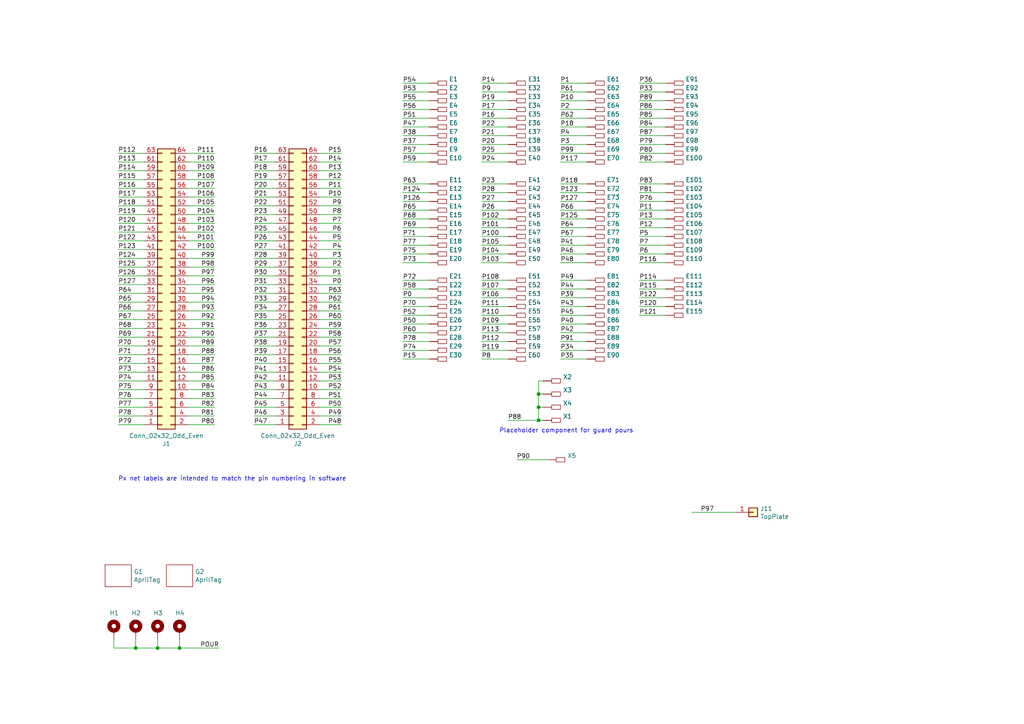
<source format=kicad_sch>
(kicad_sch (version 20211123) (generator eeschema)
  (paper "A4")
  (title_block (title "PurpleDrop Electrode Board v6.2 Schematic") (date "2022-02-23") (rev "6.2"))
  (junction (at 52.07 187.96))
  (junction (at 156.21 121.92))
  (junction (at 156.21 118.11))
  (junction (at 156.21 114.3))
  (junction (at 45.72 187.96))
  (junction (at 39.37 187.96))
  (wire (pts (xy 41.91 123.19) (xy 34.29 123.19)))
  (wire (pts (xy 147.32 55.88) (xy 139.7 55.88)))
  (wire (pts (xy 147.32 96.52) (xy 139.7 96.52)))
  (wire (pts (xy 147.32 58.42) (xy 139.7 58.42)))
  (wire (pts (xy 62.23 74.93) (xy 54.61 74.93)))
  (wire (pts (xy 124.46 60.96) (xy 116.84 60.96)))
  (wire (pts (xy 80.01 107.95) (xy 73.66 107.95)))
  (wire (pts (xy 147.32 66.04) (xy 139.7 66.04)))
  (wire (pts (xy 193.04 31.75) (xy 185.42 31.75)))
  (wire (pts (xy 62.23 97.79) (xy 54.61 97.79)))
  (wire (pts (xy 124.46 88.9) (xy 116.84 88.9)))
  (wire (pts (xy 62.23 115.57) (xy 54.61 115.57)))
  (wire (pts (xy 99.06 90.17) (xy 92.71 90.17)))
  (wire (pts (xy 99.06 105.41) (xy 92.71 105.41)))
  (wire (pts (xy 45.72 187.96) (xy 45.72 185.42)))
  (wire (pts (xy 193.04 60.96) (xy 185.42 60.96)))
  (wire (pts (xy 124.46 58.42) (xy 116.84 58.42)))
  (wire (pts (xy 62.23 59.69) (xy 54.61 59.69)))
  (wire (pts (xy 157.48 110.49) (xy 156.21 110.49)))
  (wire (pts (xy 185.42 91.44) (xy 193.04 91.44)))
  (wire (pts (xy 80.01 118.11) (xy 73.66 118.11)))
  (wire (pts (xy 52.07 187.96) (xy 63.5 187.96)))
  (wire (pts (xy 41.91 82.55) (xy 34.29 82.55)))
  (wire (pts (xy 39.37 187.96) (xy 45.72 187.96)))
  (wire (pts (xy 99.06 64.77) (xy 92.71 64.77)))
  (wire (pts (xy 170.18 44.45) (xy 162.56 44.45)))
  (wire (pts (xy 147.32 76.2) (xy 139.7 76.2)))
  (wire (pts (xy 80.01 64.77) (xy 73.66 64.77)))
  (wire (pts (xy 80.01 120.65) (xy 73.66 120.65)))
  (wire (pts (xy 147.32 104.14) (xy 139.7 104.14)))
  (wire (pts (xy 41.91 118.11) (xy 34.29 118.11)))
  (wire (pts (xy 62.23 82.55) (xy 54.61 82.55)))
  (wire (pts (xy 157.48 118.11) (xy 156.21 118.11)))
  (wire (pts (xy 193.04 44.45) (xy 185.42 44.45)))
  (wire (pts (xy 80.01 67.31) (xy 73.66 67.31)))
  (wire (pts (xy 41.91 62.23) (xy 34.29 62.23)))
  (wire (pts (xy 41.91 69.85) (xy 34.29 69.85)))
  (wire (pts (xy 99.06 118.11) (xy 92.71 118.11)))
  (wire (pts (xy 170.18 81.28) (xy 162.56 81.28)))
  (wire (pts (xy 80.01 69.85) (xy 73.66 69.85)))
  (wire (pts (xy 147.32 53.34) (xy 139.7 53.34)))
  (wire (pts (xy 41.91 120.65) (xy 34.29 120.65)))
  (wire (pts (xy 80.01 110.49) (xy 73.66 110.49)))
  (wire (pts (xy 124.46 76.2) (xy 116.84 76.2)))
  (wire (pts (xy 80.01 87.63) (xy 73.66 87.63)))
  (wire (pts (xy 193.04 55.88) (xy 185.42 55.88)))
  (wire (pts (xy 170.18 91.44) (xy 162.56 91.44)))
  (wire (pts (xy 170.18 58.42) (xy 162.56 58.42)))
  (wire (pts (xy 41.91 44.45) (xy 34.29 44.45)))
  (wire (pts (xy 80.01 123.19) (xy 73.66 123.19)))
  (wire (pts (xy 41.91 105.41) (xy 34.29 105.41)))
  (wire (pts (xy 80.01 46.99) (xy 73.66 46.99)))
  (wire (pts (xy 41.91 95.25) (xy 34.29 95.25)))
  (wire (pts (xy 99.06 110.49) (xy 92.71 110.49)))
  (wire (pts (xy 124.46 66.04) (xy 116.84 66.04)))
  (wire (pts (xy 124.46 41.91) (xy 116.84 41.91)))
  (wire (pts (xy 99.06 77.47) (xy 92.71 77.47)))
  (wire (pts (xy 124.46 46.99) (xy 116.84 46.99)))
  (wire (pts (xy 80.01 97.79) (xy 73.66 97.79)))
  (wire (pts (xy 147.32 91.44) (xy 139.7 91.44)))
  (wire (pts (xy 147.32 101.6) (xy 139.7 101.6)))
  (wire (pts (xy 99.06 44.45) (xy 92.71 44.45)))
  (wire (pts (xy 41.91 72.39) (xy 34.29 72.39)))
  (wire (pts (xy 157.48 121.92) (xy 156.21 121.92)))
  (wire (pts (xy 170.18 29.21) (xy 162.56 29.21)))
  (wire (pts (xy 39.37 187.96) (xy 39.37 185.42)))
  (wire (pts (xy 147.32 68.58) (xy 139.7 68.58)))
  (wire (pts (xy 99.06 123.19) (xy 92.71 123.19)))
  (wire (pts (xy 41.91 64.77) (xy 34.29 64.77)))
  (wire (pts (xy 99.06 87.63) (xy 92.71 87.63)))
  (wire (pts (xy 147.32 29.21) (xy 139.7 29.21)))
  (wire (pts (xy 147.32 24.13) (xy 139.7 24.13)))
  (wire (pts (xy 62.23 95.25) (xy 54.61 95.25)))
  (wire (pts (xy 62.23 118.11) (xy 54.61 118.11)))
  (wire (pts (xy 147.32 44.45) (xy 139.7 44.45)))
  (wire (pts (xy 147.32 31.75) (xy 139.7 31.75)))
  (wire (pts (xy 193.04 29.21) (xy 185.42 29.21)))
  (wire (pts (xy 170.18 83.82) (xy 162.56 83.82)))
  (wire (pts (xy 62.23 77.47) (xy 54.61 77.47)))
  (wire (pts (xy 170.18 93.98) (xy 162.56 93.98)))
  (wire (pts (xy 62.23 100.33) (xy 54.61 100.33)))
  (wire (pts (xy 80.01 44.45) (xy 73.66 44.45)))
  (wire (pts (xy 170.18 96.52) (xy 162.56 96.52)))
  (wire (pts (xy 62.23 110.49) (xy 54.61 110.49)))
  (wire (pts (xy 80.01 82.55) (xy 73.66 82.55)))
  (wire (pts (xy 99.06 74.93) (xy 92.71 74.93)))
  (wire (pts (xy 80.01 54.61) (xy 73.66 54.61)))
  (wire (pts (xy 80.01 85.09) (xy 73.66 85.09)))
  (wire (pts (xy 157.48 114.3) (xy 156.21 114.3)))
  (wire (pts (xy 156.21 121.92) (xy 147.32 121.92)))
  (wire (pts (xy 62.23 90.17) (xy 54.61 90.17)))
  (wire (pts (xy 147.32 41.91) (xy 139.7 41.91)))
  (wire (pts (xy 147.32 83.82) (xy 139.7 83.82)))
  (wire (pts (xy 99.06 97.79) (xy 92.71 97.79)))
  (wire (pts (xy 185.42 86.36) (xy 193.04 86.36)))
  (wire (pts (xy 41.91 92.71) (xy 34.29 92.71)))
  (wire (pts (xy 99.06 120.65) (xy 92.71 120.65)))
  (wire (pts (xy 99.06 54.61) (xy 92.71 54.61)))
  (wire (pts (xy 62.23 49.53) (xy 54.61 49.53)))
  (wire (pts (xy 41.91 102.87) (xy 34.29 102.87)))
  (wire (pts (xy 41.91 52.07) (xy 34.29 52.07)))
  (wire (pts (xy 80.01 100.33) (xy 73.66 100.33)))
  (wire (pts (xy 99.06 95.25) (xy 92.71 95.25)))
  (wire (pts (xy 99.06 69.85) (xy 92.71 69.85)))
  (wire (pts (xy 170.18 76.2) (xy 162.56 76.2)))
  (wire (pts (xy 193.04 26.67) (xy 185.42 26.67)))
  (wire (pts (xy 80.01 49.53) (xy 73.66 49.53)))
  (wire (pts (xy 41.91 49.53) (xy 34.29 49.53)))
  (wire (pts (xy 80.01 90.17) (xy 73.66 90.17)))
  (wire (pts (xy 124.46 99.06) (xy 116.84 99.06)))
  (wire (pts (xy 80.01 59.69) (xy 73.66 59.69)))
  (wire (pts (xy 124.46 101.6) (xy 116.84 101.6)))
  (wire (pts (xy 124.46 83.82) (xy 116.84 83.82)))
  (wire (pts (xy 62.23 107.95) (xy 54.61 107.95)))
  (wire (pts (xy 147.32 93.98) (xy 139.7 93.98)))
  (wire (pts (xy 124.46 91.44) (xy 116.84 91.44)))
  (wire (pts (xy 170.18 53.34) (xy 162.56 53.34)))
  (wire (pts (xy 62.23 64.77) (xy 54.61 64.77)))
  (wire (pts (xy 62.23 102.87) (xy 54.61 102.87)))
  (wire (pts (xy 62.23 44.45) (xy 54.61 44.45)))
  (wire (pts (xy 41.91 110.49) (xy 34.29 110.49)))
  (wire (pts (xy 147.32 73.66) (xy 139.7 73.66)))
  (wire (pts (xy 193.04 36.83) (xy 185.42 36.83)))
  (wire (pts (xy 41.91 59.69) (xy 34.29 59.69)))
  (wire (pts (xy 41.91 107.95) (xy 34.29 107.95)))
  (wire (pts (xy 80.01 77.47) (xy 73.66 77.47)))
  (wire (pts (xy 62.23 69.85) (xy 54.61 69.85)))
  (wire (pts (xy 41.91 54.61) (xy 34.29 54.61)))
  (wire (pts (xy 62.23 113.03) (xy 54.61 113.03)))
  (wire (pts (xy 99.06 57.15) (xy 92.71 57.15)))
  (wire (pts (xy 99.06 62.23) (xy 92.71 62.23)))
  (wire (pts (xy 41.91 85.09) (xy 34.29 85.09)))
  (wire (pts (xy 99.06 49.53) (xy 92.71 49.53)))
  (wire (pts (xy 45.72 187.96) (xy 52.07 187.96)))
  (wire (pts (xy 158.75 133.35) (xy 149.86 133.35)))
  (wire (pts (xy 193.04 58.42) (xy 185.42 58.42)))
  (wire (pts (xy 99.06 85.09) (xy 92.71 85.09)))
  (wire (pts (xy 41.91 100.33) (xy 34.29 100.33)))
  (wire (pts (xy 80.01 80.01) (xy 73.66 80.01)))
  (wire (pts (xy 62.23 85.09) (xy 54.61 85.09)))
  (wire (pts (xy 124.46 53.34) (xy 116.84 53.34)))
  (wire (pts (xy 99.06 107.95) (xy 92.71 107.95)))
  (wire (pts (xy 124.46 34.29) (xy 116.84 34.29)))
  (wire (pts (xy 124.46 29.21) (xy 116.84 29.21)))
  (wire (pts (xy 62.23 67.31) (xy 54.61 67.31)))
  (wire (pts (xy 80.01 102.87) (xy 73.66 102.87)))
  (wire (pts (xy 185.42 88.9) (xy 193.04 88.9)))
  (wire (pts (xy 170.18 86.36) (xy 162.56 86.36)))
  (wire (pts (xy 147.32 71.12) (xy 139.7 71.12)))
  (wire (pts (xy 185.42 83.82) (xy 193.04 83.82)))
  (wire (pts (xy 41.91 57.15) (xy 34.29 57.15)))
  (wire (pts (xy 170.18 88.9) (xy 162.56 88.9)))
  (wire (pts (xy 170.18 26.67) (xy 162.56 26.67)))
  (wire (pts (xy 147.32 34.29) (xy 139.7 34.29)))
  (wire (pts (xy 156.21 114.3) (xy 156.21 118.11)))
  (wire (pts (xy 41.91 80.01) (xy 34.29 80.01)))
  (wire (pts (xy 193.04 73.66) (xy 185.42 73.66)))
  (wire (pts (xy 62.23 57.15) (xy 54.61 57.15)))
  (wire (pts (xy 41.91 77.47) (xy 34.29 77.47)))
  (wire (pts (xy 170.18 34.29) (xy 162.56 34.29)))
  (wire (pts (xy 99.06 52.07) (xy 92.71 52.07)))
  (wire (pts (xy 99.06 92.71) (xy 92.71 92.71)))
  (wire (pts (xy 170.18 41.91) (xy 162.56 41.91)))
  (wire (pts (xy 185.42 68.58) (xy 193.04 68.58)))
  (wire (pts (xy 124.46 93.98) (xy 116.84 93.98)))
  (wire (pts (xy 99.06 82.55) (xy 92.71 82.55)))
  (wire (pts (xy 170.18 60.96) (xy 162.56 60.96)))
  (wire (pts (xy 170.18 101.6) (xy 162.56 101.6)))
  (wire (pts (xy 80.01 74.93) (xy 73.66 74.93)))
  (wire (pts (xy 193.04 34.29) (xy 185.42 34.29)))
  (wire (pts (xy 99.06 102.87) (xy 92.71 102.87)))
  (wire (pts (xy 170.18 31.75) (xy 162.56 31.75)))
  (wire (pts (xy 62.23 80.01) (xy 54.61 80.01)))
  (wire (pts (xy 124.46 36.83) (xy 116.84 36.83)))
  (wire (pts (xy 99.06 59.69) (xy 92.71 59.69)))
  (wire (pts (xy 147.32 36.83) (xy 139.7 36.83)))
  (wire (pts (xy 170.18 99.06) (xy 162.56 99.06)))
  (wire (pts (xy 80.01 113.03) (xy 73.66 113.03)))
  (wire (pts (xy 124.46 73.66) (xy 116.84 73.66)))
  (wire (pts (xy 62.23 62.23) (xy 54.61 62.23)))
  (wire (pts (xy 170.18 66.04) (xy 162.56 66.04)))
  (wire (pts (xy 170.18 39.37) (xy 162.56 39.37)))
  (wire (pts (xy 147.32 26.67) (xy 139.7 26.67)))
  (wire (pts (xy 62.23 54.61) (xy 54.61 54.61)))
  (wire (pts (xy 80.01 92.71) (xy 73.66 92.71)))
  (wire (pts (xy 147.32 46.99) (xy 139.7 46.99)))
  (wire (pts (xy 41.91 97.79) (xy 34.29 97.79)))
  (wire (pts (xy 170.18 71.12) (xy 162.56 71.12)))
  (wire (pts (xy 62.23 46.99) (xy 54.61 46.99)))
  (wire (pts (xy 200.66 148.59) (xy 213.36 148.59)))
  (wire (pts (xy 33.02 187.96) (xy 39.37 187.96)))
  (wire (pts (xy 124.46 44.45) (xy 116.84 44.45)))
  (wire (pts (xy 147.32 60.96) (xy 139.7 60.96)))
  (wire (pts (xy 80.01 57.15) (xy 73.66 57.15)))
  (wire (pts (xy 41.91 74.93) (xy 34.29 74.93)))
  (wire (pts (xy 41.91 90.17) (xy 34.29 90.17)))
  (wire (pts (xy 33.02 185.42) (xy 33.02 187.96)))
  (wire (pts (xy 41.91 67.31) (xy 34.29 67.31)))
  (wire (pts (xy 185.42 76.2) (xy 193.04 76.2)))
  (wire (pts (xy 99.06 80.01) (xy 92.71 80.01)))
  (wire (pts (xy 147.32 88.9) (xy 139.7 88.9)))
  (wire (pts (xy 124.46 68.58) (xy 116.84 68.58)))
  (wire (pts (xy 62.23 87.63) (xy 54.61 87.63)))
  (wire (pts (xy 99.06 72.39) (xy 92.71 72.39)))
  (wire (pts (xy 185.42 39.37) (xy 193.04 39.37)))
  (wire (pts (xy 124.46 71.12) (xy 116.84 71.12)))
  (wire (pts (xy 80.01 72.39) (xy 73.66 72.39)))
  (wire (pts (xy 99.06 67.31) (xy 92.71 67.31)))
  (wire (pts (xy 147.32 63.5) (xy 139.7 63.5)))
  (wire (pts (xy 170.18 36.83) (xy 162.56 36.83)))
  (wire (pts (xy 156.21 110.49) (xy 156.21 114.3)))
  (wire (pts (xy 99.06 100.33) (xy 92.71 100.33)))
  (wire (pts (xy 193.04 63.5) (xy 185.42 63.5)))
  (wire (pts (xy 62.23 72.39) (xy 54.61 72.39)))
  (wire (pts (xy 80.01 52.07) (xy 73.66 52.07)))
  (wire (pts (xy 62.23 120.65) (xy 54.61 120.65)))
  (wire (pts (xy 170.18 46.99) (xy 162.56 46.99)))
  (wire (pts (xy 80.01 95.25) (xy 73.66 95.25)))
  (wire (pts (xy 99.06 113.03) (xy 92.71 113.03)))
  (wire (pts (xy 124.46 26.67) (xy 116.84 26.67)))
  (wire (pts (xy 193.04 24.13) (xy 185.42 24.13)))
  (wire (pts (xy 41.91 87.63) (xy 34.29 87.63)))
  (wire (pts (xy 124.46 104.14) (xy 116.84 104.14)))
  (wire (pts (xy 193.04 53.34) (xy 185.42 53.34)))
  (wire (pts (xy 170.18 73.66) (xy 162.56 73.66)))
  (wire (pts (xy 124.46 63.5) (xy 116.84 63.5)))
  (wire (pts (xy 193.04 46.99) (xy 185.42 46.99)))
  (wire (pts (xy 41.91 115.57) (xy 34.29 115.57)))
  (wire (pts (xy 193.04 71.12) (xy 185.42 71.12)))
  (wire (pts (xy 62.23 105.41) (xy 54.61 105.41)))
  (wire (pts (xy 193.04 66.04) (xy 185.42 66.04)))
  (wire (pts (xy 124.46 31.75) (xy 116.84 31.75)))
  (wire (pts (xy 124.46 55.88) (xy 116.84 55.88)))
  (wire (pts (xy 80.01 62.23) (xy 73.66 62.23)))
  (wire (pts (xy 80.01 105.41) (xy 73.66 105.41)))
  (wire (pts (xy 41.91 113.03) (xy 34.29 113.03)))
  (wire (pts (xy 147.32 81.28) (xy 139.7 81.28)))
  (wire (pts (xy 147.32 39.37) (xy 139.7 39.37)))
  (wire (pts (xy 52.07 187.96) (xy 52.07 185.42)))
  (wire (pts (xy 170.18 63.5) (xy 162.56 63.5)))
  (wire (pts (xy 41.91 46.99) (xy 34.29 46.99)))
  (wire (pts (xy 156.21 118.11) (xy 156.21 121.92)))
  (wire (pts (xy 124.46 96.52) (xy 116.84 96.52)))
  (wire (pts (xy 62.23 92.71) (xy 54.61 92.71)))
  (wire (pts (xy 99.06 115.57) (xy 92.71 115.57)))
  (wire (pts (xy 170.18 24.13) (xy 162.56 24.13)))
  (wire (pts (xy 170.18 104.14) (xy 162.56 104.14)))
  (wire (pts (xy 62.23 123.19) (xy 54.61 123.19)))
  (wire (pts (xy 62.23 52.07) (xy 54.61 52.07)))
  (wire (pts (xy 80.01 115.57) (xy 73.66 115.57)))
  (wire (pts (xy 99.06 46.99) (xy 92.71 46.99)))
  (wire (pts (xy 124.46 86.36) (xy 116.84 86.36)))
  (wire (pts (xy 193.04 41.91) (xy 185.42 41.91)))
  (wire (pts (xy 124.46 81.28) (xy 116.84 81.28)))
  (wire (pts (xy 124.46 39.37) (xy 116.84 39.37)))
  (wire (pts (xy 147.32 86.36) (xy 139.7 86.36)))
  (wire (pts (xy 170.18 68.58) (xy 162.56 68.58)))
  (wire (pts (xy 193.04 81.28) (xy 185.42 81.28)))
  (wire (pts (xy 147.32 99.06) (xy 139.7 99.06)))
  (wire (pts (xy 170.18 55.88) (xy 162.56 55.88)))
  (wire (pts (xy 124.46 24.13) (xy 116.84 24.13)))
  (text "Placeholder component for guard pours\n" (at 144.78 125.73 0) (effects (font (size 1.27 1.27)) (justify left bottom)))
  (text "Px net labels are intended to match the pin numbering in software" (at 34.29 139.7 0) (effects (font (size 1.27 1.27)) (justify left bottom)))
  (label "P25" (at 139.7 44.45 0))
  (label "P117" (at 34.29 57.15 0))
  (label "P22" (at 73.66 59.69 0))
  (label "P97" (at 203.2 148.59 0))
  (label "P79" (at 34.29 123.19 0))
  (label "P109" (at 139.7 93.98 0))
  (label "P24" (at 73.66 64.77 0))
  (label "P85" (at 185.42 34.29 0))
  (label "P52" (at 116.84 91.44 0))
  (label "P39" (at 73.66 102.87 0))
  (label "P41" (at 73.66 107.95 0))
  (label "P77" (at 34.29 118.11 0))
  (label "P103" (at 62.23 64.77 180))
  (label "P8" (at 139.7 104.14 0))
  (label "P39" (at 162.56 86.36 0))
  (label "P127" (at 162.56 58.42 0))
  (label "P74" (at 34.29 110.49 0))
  (label "P62" (at 99.06 87.63 180))
  (label "P27" (at 73.66 72.39 0))
  (label "P57" (at 116.84 44.45 0))
  (label "P61" (at 162.56 26.67 0))
  (label "P84" (at 185.42 36.83 0))
  (label "P87" (at 185.42 39.37 0))
  (label "P105" (at 62.23 59.69 180))
  (label "P118" (at 162.56 53.34 0))
  (label "P11" (at 185.42 60.96 0))
  (label "P114" (at 34.29 49.53 0))
  (label "P90" (at 62.23 97.79 180))
  (label "P78" (at 34.29 120.65 0))
  (label "P53" (at 99.06 110.49 180))
  (label "P0" (at 99.06 82.55 180))
  (label "P15" (at 116.84 104.14 0))
  (label "P103" (at 139.7 76.2 0))
  (label "P10" (at 99.06 57.15 180))
  (label "P4" (at 99.06 72.39 180))
  (label "P64" (at 162.56 66.04 0))
  (label "P112" (at 34.29 44.45 0))
  (label "P91" (at 62.23 95.25 180))
  (label "P17" (at 73.66 46.99 0))
  (label "P63" (at 116.84 53.34 0))
  (label "P108" (at 139.7 81.28 0))
  (label "P125" (at 162.56 63.5 0))
  (label "P49" (at 99.06 120.65 180))
  (label "P119" (at 139.7 101.6 0))
  (label "P38" (at 73.66 100.33 0))
  (label "P44" (at 162.56 83.82 0))
  (label "P45" (at 73.66 118.11 0))
  (label "P5" (at 99.06 69.85 180))
  (label "P28" (at 73.66 74.93 0))
  (label "P115" (at 185.42 83.82 0))
  (label "P120" (at 34.29 64.77 0))
  (label "P17" (at 139.7 31.75 0))
  (label "P30" (at 73.66 80.01 0))
  (label "P37" (at 116.84 41.91 0))
  (label "P76" (at 34.29 115.57 0))
  (label "P42" (at 73.66 110.49 0))
  (label "P62" (at 162.56 34.29 0))
  (label "P113" (at 34.29 46.99 0))
  (label "P24" (at 139.7 46.99 0))
  (label "P107" (at 139.7 83.82 0))
  (label "P111" (at 62.23 44.45 180))
  (label "P43" (at 162.56 88.9 0))
  (label "P46" (at 73.66 120.65 0))
  (label "P101" (at 62.23 69.85 180))
  (label "P102" (at 139.7 63.5 0))
  (label "P86" (at 62.23 107.95 180))
  (label "P7" (at 99.06 64.77 180))
  (label "P21" (at 139.7 39.37 0))
  (label "P20" (at 139.7 41.91 0))
  (label "P107" (at 62.23 54.61 180))
  (label "P26" (at 73.66 69.85 0))
  (label "P121" (at 185.42 91.44 0))
  (label "P60" (at 116.84 96.52 0))
  (label "P22" (at 139.7 36.83 0))
  (label "P99" (at 62.23 74.93 180))
  (label "POUR" (at 63.5 187.96 180))
  (label "P80" (at 185.42 44.45 0))
  (label "P122" (at 185.42 86.36 0))
  (label "P77" (at 116.84 71.12 0))
  (label "P3" (at 99.06 74.93 180))
  (label "P28" (at 139.7 55.88 0))
  (label "P126" (at 116.84 58.42 0))
  (label "P20" (at 73.66 54.61 0))
  (label "P117" (at 162.56 46.99 0))
  (label "P2" (at 99.06 77.47 180))
  (label "P33" (at 185.42 26.67 0))
  (label "P44" (at 73.66 115.57 0))
  (label "P14" (at 99.06 46.99 180))
  (label "P121" (at 34.29 67.31 0))
  (label "P66" (at 162.56 60.96 0))
  (label "P81" (at 62.23 120.65 180))
  (label "P56" (at 116.84 31.75 0))
  (label "P123" (at 34.29 72.39 0))
  (label "P109" (at 62.23 49.53 180))
  (label "P45" (at 162.56 91.44 0))
  (label "P8" (at 99.06 62.23 180))
  (label "P69" (at 34.29 97.79 0))
  (label "P42" (at 162.56 96.52 0))
  (label "P115" (at 34.29 52.07 0))
  (label "P65" (at 34.29 87.63 0))
  (label "P67" (at 162.56 68.58 0))
  (label "P9" (at 99.06 59.69 180))
  (label "P47" (at 73.66 123.19 0))
  (label "P15" (at 99.06 44.45 180))
  (label "P50" (at 116.84 93.98 0))
  (label "P65" (at 116.84 60.96 0))
  (label "P75" (at 116.84 73.66 0))
  (label "P110" (at 62.23 46.99 180))
  (label "P49" (at 162.56 81.28 0))
  (label "P1" (at 162.56 24.13 0))
  (label "P54" (at 99.06 107.95 180))
  (label "P21" (at 73.66 57.15 0))
  (label "P23" (at 139.7 53.34 0))
  (label "P104" (at 62.23 62.23 180))
  (label "P100" (at 62.23 72.39 180))
  (label "P52" (at 99.06 113.03 180))
  (label "P61" (at 99.06 90.17 180))
  (label "P12" (at 99.06 52.07 180))
  (label "P59" (at 99.06 95.25 180))
  (label "P72" (at 34.29 105.41 0))
  (label "P13" (at 185.42 63.5 0))
  (label "P110" (at 139.7 91.44 0))
  (label "P3" (at 162.56 41.91 0))
  (label "P19" (at 73.66 52.07 0))
  (label "P68" (at 116.84 63.5 0))
  (label "P51" (at 116.84 34.29 0))
  (label "P29" (at 73.66 77.47 0))
  (label "P87" (at 62.23 105.41 180))
  (label "P108" (at 62.23 52.07 180))
  (label "P80" (at 62.23 123.19 180))
  (label "P113" (at 139.7 96.52 0))
  (label "P48" (at 99.06 123.19 180))
  (label "P119" (at 34.29 62.23 0))
  (label "P102" (at 62.23 67.31 180))
  (label "P104" (at 139.7 73.66 0))
  (label "P83" (at 185.42 53.34 0))
  (label "P66" (at 34.29 90.17 0))
  (label "P50" (at 99.06 118.11 180))
  (label "P100" (at 139.7 68.58 0))
  (label "P69" (at 116.84 66.04 0))
  (label "P70" (at 116.84 88.9 0))
  (label "P23" (at 73.66 62.23 0))
  (label "P53" (at 116.84 26.67 0))
  (label "P19" (at 139.7 29.21 0))
  (label "P123" (at 162.56 55.88 0))
  (label "P12" (at 185.42 66.04 0))
  (label "P126" (at 34.29 80.01 0))
  (label "P114" (at 185.42 81.28 0))
  (label "P124" (at 34.29 74.93 0))
  (label "P90" (at 149.86 133.35 0))
  (label "P67" (at 34.29 92.71 0))
  (label "P83" (at 62.23 115.57 180))
  (label "P88" (at 147.32 121.92 0))
  (label "P75" (at 34.29 113.03 0))
  (label "P11" (at 99.06 54.61 180))
  (label "P26" (at 139.7 60.96 0))
  (label "P106" (at 62.23 57.15 180))
  (label "P18" (at 73.66 49.53 0))
  (label "P56" (at 99.06 102.87 180))
  (label "P55" (at 116.84 29.21 0))
  (label "P4" (at 162.56 39.37 0))
  (label "P55" (at 99.06 105.41 180))
  (label "P71" (at 116.84 68.58 0))
  (label "P94" (at 62.23 87.63 180))
  (label "P112" (at 139.7 99.06 0))
  (label "P78" (at 116.84 99.06 0))
  (label "P40" (at 73.66 105.41 0))
  (label "P34" (at 162.56 101.6 0))
  (label "P72" (at 116.84 81.28 0))
  (label "P91" (at 162.56 99.06 0))
  (label "P0" (at 116.84 86.36 0))
  (label "P9" (at 139.7 26.67 0))
  (label "P122" (at 34.29 69.85 0))
  (label "P68" (at 34.29 95.25 0))
  (label "P97" (at 62.23 80.01 180))
  (label "P101" (at 139.7 66.04 0))
  (label "P106" (at 139.7 86.36 0))
  (label "P118" (at 34.29 59.69 0))
  (label "P31" (at 73.66 82.55 0))
  (label "P32" (at 73.66 85.09 0))
  (label "P27" (at 139.7 58.42 0))
  (label "P125" (at 34.29 77.47 0))
  (label "P6" (at 99.06 67.31 180))
  (label "P116" (at 34.29 54.61 0))
  (label "P16" (at 73.66 44.45 0))
  (label "P74" (at 116.84 101.6 0))
  (label "P88" (at 62.23 102.87 180))
  (label "P36" (at 185.42 24.13 0))
  (label "P70" (at 34.29 100.33 0))
  (label "P99" (at 162.56 44.45 0))
  (label "P82" (at 185.42 46.99 0))
  (label "P38" (at 116.84 39.37 0))
  (label "P93" (at 62.23 90.17 180))
  (label "P105" (at 139.7 71.12 0))
  (label "P92" (at 62.23 92.71 180))
  (label "P84" (at 62.23 113.03 180))
  (label "P34" (at 73.66 90.17 0))
  (label "P5" (at 185.42 68.58 0))
  (label "P86" (at 185.42 31.75 0))
  (label "P25" (at 73.66 67.31 0))
  (label "P1" (at 99.06 80.01 180))
  (label "P111" (at 139.7 88.9 0))
  (label "P36" (at 73.66 95.25 0))
  (label "P14" (at 139.7 24.13 0))
  (label "P37" (at 73.66 97.79 0))
  (label "P18" (at 162.56 36.83 0))
  (label "P6" (at 185.42 73.66 0))
  (label "P46" (at 162.56 73.66 0))
  (label "P58" (at 116.84 83.82 0))
  (label "P82" (at 62.23 118.11 180))
  (label "P64" (at 34.29 85.09 0))
  (label "P81" (at 185.42 55.88 0))
  (label "P89" (at 62.23 100.33 180))
  (label "P35" (at 73.66 92.71 0))
  (label "P51" (at 99.06 115.57 180))
  (label "P95" (at 62.23 85.09 180))
  (label "P35" (at 162.56 104.14 0))
  (label "P7" (at 185.42 71.12 0))
  (label "P57" (at 99.06 100.33 180))
  (label "P120" (at 185.42 88.9 0))
  (label "P89" (at 185.42 29.21 0))
  (label "P16" (at 139.7 34.29 0))
  (label "P71" (at 34.29 102.87 0))
  (label "P98" (at 62.23 77.47 180))
  (label "P41" (at 162.56 71.12 0))
  (label "P76" (at 185.42 58.42 0))
  (label "P58" (at 99.06 97.79 180))
  (label "P85" (at 62.23 110.49 180))
  (label "P116" (at 185.42 76.2 0))
  (label "P63" (at 99.06 85.09 180))
  (label "P48" (at 162.56 76.2 0))
  (label "P60" (at 99.06 92.71 180))
  (label "P2" (at 162.56 31.75 0))
  (label "P96" (at 62.23 82.55 180))
  (label "P33" (at 73.66 87.63 0))
  (label "P13" (at 99.06 49.53 180))
  (label "P127" (at 34.29 82.55 0))
  (label "P40" (at 162.56 93.98 0))
  (label "P79" (at 185.42 41.91 0))
  (label "P54" (at 116.84 24.13 0))
  (label "P10" (at 162.56 29.21 0))
  (label "P47" (at 116.84 36.83 0))
  (label "P73" (at 116.84 76.2 0))
  (label "P59" (at 116.84 46.99 0))
  (label "P124" (at 116.84 55.88 0))
  (label "P43" (at 73.66 113.03 0))
  (label "P73" (at 34.29 107.95 0))
  (symbol (lib_id "Electrodes:DMFElectrode") (at 127 29.21 0) (unit 1)
    (property "Reference" "E1" (at 130.2512 22.9616 0) (effects (justify left)))
    (property "Value" "DMFElectrode" (effects hide))
    (property "Footprint" "electrodes:electrode_E1" (effects hide))
  )
  (symbol (lib_id "Electrodes:DMFElectrode") (at 127 36.83 0) (unit 1)
    (property "Reference" "E4" (at 130.2512 30.5816 0) (effects (justify left)))
    (property "Value" "DMFElectrode" (effects hide))
    (property "Footprint" "electrodes:electrode_E1" (effects hide))
  )
  (symbol (lib_id "Electrodes:DMFElectrode") (at 127 34.29 0) (unit 1)
    (property "Reference" "E3" (at 130.2512 28.0416 0) (effects (justify left)))
    (property "Value" "DMFElectrode" (effects hide))
    (property "Footprint" "electrodes:electrode_E1" (effects hide))
  )
  (symbol (lib_id "Electrodes:DMFElectrode") (at 127 31.75 0) (unit 1)
    (property "Reference" "E2" (at 130.2512 25.5016 0) (effects (justify left)))
    (property "Value" "DMFElectrode" (effects hide))
    (property "Footprint" "electrodes:electrode_E1" (effects hide))
  )
  (symbol (lib_id "Electrodes:DMFElectrode") (at 127 41.91 0) (unit 1)
    (property "Reference" "E6" (at 130.2512 35.6616 0) (effects (justify left)))
    (property "Value" "DMFElectrode" (effects hide))
    (property "Footprint" "electrodes:electrode_E1" (effects hide))
  )
  (symbol (lib_id "Electrodes:DMFElectrode") (at 127 44.45 0) (unit 1)
    (property "Reference" "E7" (at 130.2512 38.2016 0) (effects (justify left)))
    (property "Value" "DMFElectrode" (effects hide))
    (property "Footprint" "electrodes:electrode_E1" (effects hide))
  )
  (symbol (lib_id "Electrodes:DMFElectrode") (at 127 46.99 0) (unit 1)
    (property "Reference" "E8" (at 130.2512 40.7416 0) (effects (justify left)))
    (property "Value" "DMFElectrode" (effects hide))
    (property "Footprint" "electrodes:electrode_E1" (effects hide))
  )
  (symbol (lib_id "Electrodes:DMFElectrode") (at 127 49.53 0) (unit 1)
    (property "Reference" "E9" (at 130.2512 43.2816 0) (effects (justify left)))
    (property "Value" "DMFElectrode" (effects hide))
    (property "Footprint" "electrodes:electrode_E1" (effects hide))
  )
  (symbol (lib_id "Electrodes:DMFElectrode") (at 127 52.07 0) (unit 1)
    (property "Reference" "E10" (at 130.2512 45.8216 0) (effects (justify left)))
    (property "Value" "DMFElectrode" (effects hide))
    (property "Footprint" "electrodes:electrode_E1" (effects hide))
  )
  (symbol (lib_id "Electrodes:DMFElectrode") (at 127 58.42 0) (unit 1)
    (property "Reference" "E11" (at 130.2512 52.1716 0) (effects (justify left)))
    (property "Value" "DMFElectrode" (effects hide))
    (property "Footprint" "electrodes:electrode_E1" (effects hide))
  )
  (symbol (lib_id "Electrodes:DMFElectrode") (at 127 60.96 0) (unit 1)
    (property "Reference" "E12" (at 130.2512 54.7116 0) (effects (justify left)))
    (property "Value" "DMFElectrode" (effects hide))
    (property "Footprint" "electrodes:electrode_E1" (effects hide))
  )
  (symbol (lib_id "Electrodes:DMFElectrode") (at 127 63.5 0) (unit 1)
    (property "Reference" "E13" (at 130.2512 57.2516 0) (effects (justify left)))
    (property "Value" "DMFElectrode" (effects hide))
    (property "Footprint" "electrodes:electrode_E1" (effects hide))
  )
  (symbol (lib_id "Electrodes:DMFElectrode") (at 127 66.04 0) (unit 1)
    (property "Reference" "E14" (at 130.2512 59.7916 0) (effects (justify left)))
    (property "Value" "DMFElectrode" (effects hide))
    (property "Footprint" "electrodes:electrode_E1" (effects hide))
  )
  (symbol (lib_id "Electrodes:DMFElectrode") (at 127 68.58 0) (unit 1)
    (property "Reference" "E15" (at 130.2512 62.3316 0) (effects (justify left)))
    (property "Value" "DMFElectrode" (effects hide))
    (property "Footprint" "electrodes:electrode_E1" (effects hide))
  )
  (symbol (lib_id "Electrodes:DMFElectrode") (at 127 71.12 0) (unit 1)
    (property "Reference" "E16" (at 130.2512 64.8716 0) (effects (justify left)))
    (property "Value" "DMFElectrode" (effects hide))
    (property "Footprint" "electrodes:electrode_E1" (effects hide))
  )
  (symbol (lib_id "Electrodes:DMFElectrode") (at 127 73.66 0) (unit 1)
    (property "Reference" "E17" (at 130.2512 67.4116 0) (effects (justify left)))
    (property "Value" "DMFElectrode" (effects hide))
    (property "Footprint" "electrodes:electrode_E1" (effects hide))
  )
  (symbol (lib_id "Electrodes:DMFElectrode") (at 127 76.2 0) (unit 1)
    (property "Reference" "E18" (at 130.2512 69.9516 0) (effects (justify left)))
    (property "Value" "DMFElectrode" (effects hide))
    (property "Footprint" "electrodes:electrode_E1" (effects hide))
  )
  (symbol (lib_id "Electrodes:DMFElectrode") (at 127 78.74 0) (unit 1)
    (property "Reference" "E19" (at 130.2512 72.4916 0) (effects (justify left)))
    (property "Value" "DMFElectrode" (effects hide))
    (property "Footprint" "electrodes:electrode_E1" (effects hide))
  )
  (symbol (lib_id "Electrodes:DMFElectrode") (at 127 81.28 0) (unit 1)
    (property "Reference" "E20" (at 130.2512 75.0316 0) (effects (justify left)))
    (property "Value" "DMFElectrode" (effects hide))
    (property "Footprint" "electrodes:electrode_E1" (effects hide))
  )
  (symbol (lib_id "Electrodes:DMFElectrode") (at 127 86.36 0) (unit 1)
    (property "Reference" "E21" (at 130.2512 80.1116 0) (effects (justify left)))
    (property "Value" "DMFElectrode" (effects hide))
    (property "Footprint" "electrodes:electrode_E1" (effects hide))
  )
  (symbol (lib_id "Electrodes:DMFElectrode") (at 127 88.9 0) (unit 1)
    (property "Reference" "E22" (at 130.2512 82.6516 0) (effects (justify left)))
    (property "Value" "DMFElectrode" (effects hide))
    (property "Footprint" "electrodes:electrode_E1" (effects hide))
  )
  (symbol (lib_id "Electrodes:DMFElectrode") (at 127 91.44 0) (unit 1)
    (property "Reference" "E23" (at 130.2512 85.1916 0) (effects (justify left)))
    (property "Value" "DMFElectrode" (effects hide))
    (property "Footprint" "electrodes:electrode_E1" (effects hide))
  )
  (symbol (lib_id "Electrodes:DMFElectrode") (at 127 93.98 0) (unit 1)
    (property "Reference" "E24" (at 130.2512 87.7316 0) (effects (justify left)))
    (property "Value" "DMFElectrode" (effects hide))
    (property "Footprint" "electrodes:electrode_E1" (effects hide))
  )
  (symbol (lib_id "Electrodes:DMFElectrode") (at 127 96.52 0) (unit 1)
    (property "Reference" "E25" (at 130.2512 90.2716 0) (effects (justify left)))
    (property "Value" "DMFElectrode" (effects hide))
    (property "Footprint" "electrodes:electrode_E1" (effects hide))
  )
  (symbol (lib_id "Electrodes:DMFElectrode") (at 127 39.37 0) (unit 1)
    (property "Reference" "E5" (at 130.2512 33.1216 0) (effects (justify left)))
    (property "Value" "DMFElectrode" (effects hide))
    (property "Footprint" "electrodes:electrode_E1" (effects hide))
  )
  (symbol (lib_id "Electrodes:DMFElectrode") (at 149.86 58.42 0) (unit 1)
    (property "Reference" "E41" (at 153.1112 52.1716 0) (effects (justify left)))
    (property "Value" "DMFElectrode" (effects hide))
    (property "Footprint" "electrodes:electrode_E1" (effects hide))
  )
  (symbol (lib_id "Electrodes:DMFElectrode") (at 149.86 60.96 0) (unit 1)
    (property "Reference" "E42" (at 153.1112 54.7116 0) (effects (justify left)))
    (property "Value" "DMFElectrode" (effects hide))
    (property "Footprint" "electrodes:electrode_E1" (effects hide))
  )
  (symbol (lib_id "Electrodes:DMFElectrode") (at 149.86 63.5 0) (unit 1)
    (property "Reference" "E43" (at 153.1112 57.2516 0) (effects (justify left)))
    (property "Value" "DMFElectrode" (effects hide))
    (property "Footprint" "electrodes:electrode_E1" (effects hide))
  )
  (symbol (lib_id "Electrodes:DMFElectrode") (at 149.86 66.04 0) (unit 1)
    (property "Reference" "E44" (at 153.1112 59.7916 0) (effects (justify left)))
    (property "Value" "DMFElectrode" (effects hide))
    (property "Footprint" "electrodes:electrode_E1" (effects hide))
  )
  (symbol (lib_id "Electrodes:DMFElectrode") (at 149.86 68.58 0) (unit 1)
    (property "Reference" "E45" (at 153.1112 62.3316 0) (effects (justify left)))
    (property "Value" "DMFElectrode" (effects hide))
    (property "Footprint" "electrodes:electrode_E1" (effects hide))
  )
  (symbol (lib_id "Electrodes:DMFElectrode") (at 149.86 71.12 0) (unit 1)
    (property "Reference" "E46" (at 153.1112 64.8716 0) (effects (justify left)))
    (property "Value" "DMFElectrode" (effects hide))
    (property "Footprint" "electrodes:electrode_E1" (effects hide))
  )
  (symbol (lib_id "Electrodes:DMFElectrode") (at 149.86 73.66 0) (unit 1)
    (property "Reference" "E47" (at 153.1112 67.4116 0) (effects (justify left)))
    (property "Value" "DMFElectrode" (effects hide))
    (property "Footprint" "electrodes:electrode_E1" (effects hide))
  )
  (symbol (lib_id "Electrodes:DMFElectrode") (at 149.86 76.2 0) (unit 1)
    (property "Reference" "E48" (at 153.1112 69.9516 0) (effects (justify left)))
    (property "Value" "DMFElectrode" (effects hide))
    (property "Footprint" "electrodes:electrode_E1" (effects hide))
  )
  (symbol (lib_id "Electrodes:DMFElectrode") (at 149.86 78.74 0) (unit 1)
    (property "Reference" "E49" (at 153.1112 72.4916 0) (effects (justify left)))
    (property "Value" "DMFElectrode" (effects hide))
    (property "Footprint" "electrodes:electrode_E1" (effects hide))
  )
  (symbol (lib_id "Electrodes:DMFElectrode") (at 149.86 81.28 0) (unit 1)
    (property "Reference" "E50" (at 153.1112 75.0316 0) (effects (justify left)))
    (property "Value" "DMFElectrode" (effects hide))
    (property "Footprint" "electrodes:electrode_E1" (effects hide))
  )
  (symbol (lib_id "Electrodes:DMFElectrode") (at 172.72 58.42 0) (unit 1)
    (property "Reference" "E71" (at 175.9712 52.1716 0) (effects (justify left)))
    (property "Value" "DMFElectrode" (effects hide))
    (property "Footprint" "electrodes:electrode_E1" (effects hide))
  )
  (symbol (lib_id "Electrodes:DMFElectrode") (at 172.72 60.96 0) (unit 1)
    (property "Reference" "E72" (at 175.9712 54.7116 0) (effects (justify left)))
    (property "Value" "DMFElectrode" (effects hide))
    (property "Footprint" "electrodes:electrode_E1" (effects hide))
  )
  (symbol (lib_id "Electrodes:DMFElectrode") (at 172.72 63.5 0) (unit 1)
    (property "Reference" "E73" (at 175.9712 57.2516 0) (effects (justify left)))
    (property "Value" "DMFElectrode" (effects hide))
    (property "Footprint" "electrodes:electrode_E1" (effects hide))
  )
  (symbol (lib_id "Electrodes:DMFElectrode") (at 172.72 66.04 0) (unit 1)
    (property "Reference" "E74" (at 175.9712 59.7916 0) (effects (justify left)))
    (property "Value" "DMFElectrode" (effects hide))
    (property "Footprint" "electrodes:electrode_E1" (effects hide))
  )
  (symbol (lib_id "Electrodes:DMFElectrode") (at 172.72 68.58 0) (unit 1)
    (property "Reference" "E75" (at 175.9712 62.3316 0) (effects (justify left)))
    (property "Value" "DMFElectrode" (effects hide))
    (property "Footprint" "electrodes:electrode_E1" (effects hide))
  )
  (symbol (lib_id "Electrodes:DMFElectrode") (at 172.72 71.12 0) (unit 1)
    (property "Reference" "E76" (at 175.9712 64.8716 0) (effects (justify left)))
    (property "Value" "DMFElectrode" (effects hide))
    (property "Footprint" "electrodes:electrode_E1" (effects hide))
  )
  (symbol (lib_id "Electrodes:DMFElectrode") (at 172.72 73.66 0) (unit 1)
    (property "Reference" "E77" (at 175.9712 67.4116 0) (effects (justify left)))
    (property "Value" "DMFElectrode" (effects hide))
    (property "Footprint" "electrodes:electrode_E1" (effects hide))
  )
  (symbol (lib_id "Electrodes:DMFElectrode") (at 172.72 76.2 0) (unit 1)
    (property "Reference" "E78" (at 175.9712 69.9516 0) (effects (justify left)))
    (property "Value" "DMFElectrode" (effects hide))
    (property "Footprint" "electrodes:electrode_E1" (effects hide))
  )
  (symbol (lib_id "Electrodes:DMFElectrode") (at 172.72 78.74 0) (unit 1)
    (property "Reference" "E79" (at 175.9712 72.4916 0) (effects (justify left)))
    (property "Value" "DMFElectrode" (effects hide))
    (property "Footprint" "electrodes:electrode_E1" (effects hide))
  )
  (symbol (lib_id "Electrodes:DMFElectrode") (at 172.72 81.28 0) (unit 1)
    (property "Reference" "E80" (at 175.9712 75.0316 0) (effects (justify left)))
    (property "Value" "DMFElectrode" (effects hide))
    (property "Footprint" "electrodes:electrode_E1" (effects hide))
  )
  (symbol (lib_id "Electrodes:DMFElectrode") (at 195.58 39.37 0) (unit 1)
    (property "Reference" "E95" (at 198.8312 33.1216 0) (effects (justify left)))
    (property "Value" "DMFElectrode" (effects hide))
    (property "Footprint" "electrodes:electrode_E1" (effects hide))
  )
  (symbol (lib_id "Electrodes:DMFElectrode") (at 149.86 29.21 0) (unit 1)
    (property "Reference" "E31" (at 153.1112 22.9616 0) (effects (justify left)))
    (property "Value" "DMFElectrode" (effects hide))
    (property "Footprint" "electrodes:electrode_E1" (effects hide))
  )
  (symbol (lib_id "Electrodes:DMFElectrode") (at 149.86 31.75 0) (unit 1)
    (property "Reference" "E32" (at 153.1112 25.5016 0) (effects (justify left)))
    (property "Value" "DMFElectrode" (effects hide))
    (property "Footprint" "electrodes:electrode_E1" (effects hide))
  )
  (symbol (lib_id "Electrodes:DMFElectrode") (at 149.86 34.29 0) (unit 1)
    (property "Reference" "E33" (at 153.1112 28.0416 0) (effects (justify left)))
    (property "Value" "DMFElectrode" (effects hide))
    (property "Footprint" "electrodes:electrode_E1" (effects hide))
  )
  (symbol (lib_id "Electrodes:DMFElectrode") (at 149.86 36.83 0) (unit 1)
    (property "Reference" "E34" (at 153.1112 30.5816 0) (effects (justify left)))
    (property "Value" "DMFElectrode" (effects hide))
    (property "Footprint" "electrodes:electrode_E1" (effects hide))
  )
  (symbol (lib_id "Electrodes:DMFElectrode") (at 149.86 39.37 0) (unit 1)
    (property "Reference" "E35" (at 153.1112 33.1216 0) (effects (justify left)))
    (property "Value" "DMFElectrode" (effects hide))
    (property "Footprint" "electrodes:electrode_E1" (effects hide))
  )
  (symbol (lib_id "Electrodes:DMFElectrode") (at 149.86 41.91 0) (unit 1)
    (property "Reference" "E36" (at 153.1112 35.6616 0) (effects (justify left)))
    (property "Value" "DMFElectrode" (effects hide))
    (property "Footprint" "electrodes:electrode_E1" (effects hide))
  )
  (symbol (lib_id "Electrodes:DMFElectrode") (at 149.86 44.45 0) (unit 1)
    (property "Reference" "E37" (at 153.1112 38.2016 0) (effects (justify left)))
    (property "Value" "DMFElectrode" (effects hide))
    (property "Footprint" "electrodes:electrode_E1" (effects hide))
  )
  (symbol (lib_id "Electrodes:DMFElectrode") (at 149.86 46.99 0) (unit 1)
    (property "Reference" "E38" (at 153.1112 40.7416 0) (effects (justify left)))
    (property "Value" "DMFElectrode" (effects hide))
    (property "Footprint" "electrodes:electrode_E1" (effects hide))
  )
  (symbol (lib_id "Electrodes:DMFElectrode") (at 149.86 49.53 0) (unit 1)
    (property "Reference" "E39" (at 153.1112 43.2816 0) (effects (justify left)))
    (property "Value" "DMFElectrode" (effects hide))
    (property "Footprint" "electrodes:electrode_E1" (effects hide))
  )
  (symbol (lib_id "Electrodes:DMFElectrode") (at 149.86 52.07 0) (unit 1)
    (property "Reference" "E40" (at 153.1112 45.8216 0) (effects (justify left)))
    (property "Value" "DMFElectrode" (effects hide))
    (property "Footprint" "electrodes:electrode_E1" (effects hide))
  )
  (symbol (lib_id "Electrodes:DMFElectrode") (at 172.72 29.21 0) (unit 1)
    (property "Reference" "E61" (at 175.9712 22.9616 0) (effects (justify left)))
    (property "Value" "DMFElectrode" (effects hide))
    (property "Footprint" "electrodes:electrode_E1" (effects hide))
  )
  (symbol (lib_id "Electrodes:DMFElectrode") (at 172.72 31.75 0) (unit 1)
    (property "Reference" "E62" (at 175.9712 25.5016 0) (effects (justify left)))
    (property "Value" "DMFElectrode" (effects hide))
    (property "Footprint" "electrodes:electrode_E1" (effects hide))
  )
  (symbol (lib_id "Electrodes:DMFElectrode") (at 172.72 34.29 0) (unit 1)
    (property "Reference" "E63" (at 175.9712 28.0416 0) (effects (justify left)))
    (property "Value" "DMFElectrode" (effects hide))
    (property "Footprint" "electrodes:electrode_E1" (effects hide))
  )
  (symbol (lib_id "Electrodes:DMFElectrode") (at 172.72 36.83 0) (unit 1)
    (property "Reference" "E64" (at 175.9712 30.5816 0) (effects (justify left)))
    (property "Value" "DMFElectrode" (effects hide))
    (property "Footprint" "electrodes:electrode_E1" (effects hide))
  )
  (symbol (lib_id "Electrodes:DMFElectrode") (at 172.72 39.37 0) (unit 1)
    (property "Reference" "E65" (at 175.9712 33.1216 0) (effects (justify left)))
    (property "Value" "DMFElectrode" (effects hide))
    (property "Footprint" "electrodes:electrode_E1" (effects hide))
  )
  (symbol (lib_id "Electrodes:DMFElectrode") (at 172.72 41.91 0) (unit 1)
    (property "Reference" "E66" (at 175.9712 35.6616 0) (effects (justify left)))
    (property "Value" "DMFElectrode" (effects hide))
    (property "Footprint" "electrodes:electrode_E1" (effects hide))
  )
  (symbol (lib_id "Electrodes:DMFElectrode") (at 172.72 44.45 0) (unit 1)
    (property "Reference" "E67" (at 175.9712 38.2016 0) (effects (justify left)))
    (property "Value" "DMFElectrode" (effects hide))
    (property "Footprint" "electrodes:electrode_E1" (effects hide))
  )
  (symbol (lib_id "Electrodes:DMFElectrode") (at 172.72 46.99 0) (unit 1)
    (property "Reference" "E68" (at 175.9712 40.7416 0) (effects (justify left)))
    (property "Value" "DMFElectrode" (effects hide))
    (property "Footprint" "electrodes:electrode_E1" (effects hide))
  )
  (symbol (lib_id "Electrodes:DMFElectrode") (at 172.72 49.53 0) (unit 1)
    (property "Reference" "E69" (at 175.9712 43.2816 0) (effects (justify left)))
    (property "Value" "DMFElectrode" (effects hide))
    (property "Footprint" "electrodes:electrode_E1" (effects hide))
  )
  (symbol (lib_id "Electrodes:DMFElectrode") (at 172.72 52.07 0) (unit 1)
    (property "Reference" "E70" (at 175.9712 45.8216 0) (effects (justify left)))
    (property "Value" "DMFElectrode" (effects hide))
    (property "Footprint" "electrodes:electrode_E1" (effects hide))
  )
  (symbol (lib_id "Electrodes:DMFElectrode") (at 172.72 96.52 0) (unit 1)
    (property "Reference" "E85" (at 175.9712 90.2716 0) (effects (justify left)))
    (property "Value" "DMFElectrode" (effects hide))
    (property "Footprint" "electrodes:electrode_E1" (effects hide))
  )
  (symbol (lib_id "Electrodes:DMFElectrode") (at 172.72 99.06 0) (unit 1)
    (property "Reference" "E86" (at 175.9712 92.8116 0) (effects (justify left)))
    (property "Value" "DMFElectrode" (effects hide))
    (property "Footprint" "electrodes:electrode_E1" (effects hide))
  )
  (symbol (lib_id "Electrodes:DMFElectrode") (at 172.72 101.6 0) (unit 1)
    (property "Reference" "E87" (at 175.9712 95.3516 0) (effects (justify left)))
    (property "Value" "DMFElectrode" (effects hide))
    (property "Footprint" "electrodes:electrode_E1" (effects hide))
  )
  (symbol (lib_id "Electrodes:DMFElectrode") (at 172.72 104.14 0) (unit 1)
    (property "Reference" "E88" (at 175.9712 97.8916 0) (effects (justify left)))
    (property "Value" "DMFElectrode" (effects hide))
    (property "Footprint" "electrodes:electrode_E1" (effects hide))
  )
  (symbol (lib_id "Electrodes:DMFElectrode") (at 172.72 106.68 0) (unit 1)
    (property "Reference" "E89" (at 175.9712 100.4316 0) (effects (justify left)))
    (property "Value" "DMFElectrode" (effects hide))
    (property "Footprint" "electrodes:electrode_E1" (effects hide))
  )
  (symbol (lib_id "Electrodes:DMFElectrode") (at 172.72 109.22 0) (unit 1)
    (property "Reference" "E90" (at 175.9712 102.9716 0) (effects (justify left)))
    (property "Value" "DMFElectrode" (effects hide))
    (property "Footprint" "electrodes:electrode_E1" (effects hide))
  )
  (symbol (lib_id "Electrodes:DMFElectrode") (at 195.58 29.21 0) (unit 1)
    (property "Reference" "E91" (at 198.8312 22.9616 0) (effects (justify left)))
    (property "Value" "DMFElectrode" (effects hide))
    (property "Footprint" "electrodes:electrode_E1" (effects hide))
  )
  (symbol (lib_id "Electrodes:DMFElectrode") (at 195.58 31.75 0) (unit 1)
    (property "Reference" "E92" (at 198.8312 25.5016 0) (effects (justify left)))
    (property "Value" "DMFElectrode" (effects hide))
    (property "Footprint" "electrodes:electrode_E1" (effects hide))
  )
  (symbol (lib_id "Electrodes:DMFElectrode") (at 195.58 34.29 0) (unit 1)
    (property "Reference" "E93" (at 198.8312 28.0416 0) (effects (justify left)))
    (property "Value" "DMFElectrode" (effects hide))
    (property "Footprint" "electrodes:electrode_E1" (effects hide))
  )
  (symbol (lib_id "Electrodes:DMFElectrode") (at 195.58 36.83 0) (unit 1)
    (property "Reference" "E94" (at 198.8312 30.5816 0) (effects (justify left)))
    (property "Value" "DMFElectrode" (effects hide))
    (property "Footprint" "electrodes:electrode_E1" (effects hide))
  )
  (symbol (lib_id "Electrodes:DMFElectrode") (at 149.86 86.36 0) (unit 1)
    (property "Reference" "E51" (at 153.1112 80.1116 0) (effects (justify left)))
    (property "Value" "DMFElectrode" (effects hide))
    (property "Footprint" "electrodes:electrode_E1" (effects hide))
  )
  (symbol (lib_id "Electrodes:DMFElectrode") (at 149.86 88.9 0) (unit 1)
    (property "Reference" "E52" (at 153.1112 82.6516 0) (effects (justify left)))
    (property "Value" "DMFElectrode" (effects hide))
    (property "Footprint" "electrodes:electrode_E1" (effects hide))
  )
  (symbol (lib_id "Electrodes:DMFElectrode") (at 149.86 91.44 0) (unit 1)
    (property "Reference" "E53" (at 153.1112 85.1916 0) (effects (justify left)))
    (property "Value" "DMFElectrode" (effects hide))
    (property "Footprint" "electrodes:electrode_E1" (effects hide))
  )
  (symbol (lib_id "Electrodes:DMFElectrode") (at 149.86 93.98 0) (unit 1)
    (property "Reference" "E54" (at 153.1112 87.7316 0) (effects (justify left)))
    (property "Value" "DMFElectrode" (effects hide))
    (property "Footprint" "electrodes:electrode_E1" (effects hide))
  )
  (symbol (lib_id "Electrodes:DMFElectrode") (at 149.86 96.52 0) (unit 1)
    (property "Reference" "E55" (at 153.1112 90.2716 0) (effects (justify left)))
    (property "Value" "DMFElectrode" (effects hide))
    (property "Footprint" "electrodes:electrode_E1" (effects hide))
  )
  (symbol (lib_id "Electrodes:DMFElectrode") (at 149.86 99.06 0) (unit 1)
    (property "Reference" "E56" (at 153.1112 92.8116 0) (effects (justify left)))
    (property "Value" "DMFElectrode" (effects hide))
    (property "Footprint" "electrodes:electrode_E1" (effects hide))
  )
  (symbol (lib_id "Electrodes:DMFElectrode") (at 149.86 101.6 0) (unit 1)
    (property "Reference" "E57" (at 153.1112 95.3516 0) (effects (justify left)))
    (property "Value" "DMFElectrode" (effects hide))
    (property "Footprint" "electrodes:electrode_E1" (effects hide))
  )
  (symbol (lib_id "Electrodes:DMFElectrode") (at 149.86 104.14 0) (unit 1)
    (property "Reference" "E58" (at 153.1112 97.8916 0) (effects (justify left)))
    (property "Value" "DMFElectrode" (effects hide))
    (property "Footprint" "electrodes:electrode_E1" (effects hide))
  )
  (symbol (lib_id "Electrodes:DMFElectrode") (at 149.86 106.68 0) (unit 1)
    (property "Reference" "E59" (at 153.1112 100.4316 0) (effects (justify left)))
    (property "Value" "DMFElectrode" (effects hide))
    (property "Footprint" "electrodes:electrode_E1" (effects hide))
  )
  (symbol (lib_id "Electrodes:DMFElectrode") (at 149.86 109.22 0) (unit 1)
    (property "Reference" "E60" (at 153.1112 102.9716 0) (effects (justify left)))
    (property "Value" "DMFElectrode" (effects hide))
    (property "Footprint" "electrodes:electrode_E1" (effects hide))
  )
  (symbol (lib_id "Electrodes:DMFElectrode") (at 127 99.06 0) (unit 1)
    (property "Reference" "E26" (at 130.2512 92.8116 0) (effects (justify left)))
    (property "Value" "DMFElectrode" (effects hide))
    (property "Footprint" "electrodes:electrode_E1" (effects hide))
  )
  (symbol (lib_id "Electrodes:DMFElectrode") (at 127 101.6 0) (unit 1)
    (property "Reference" "E27" (at 130.2512 95.3516 0) (effects (justify left)))
    (property "Value" "DMFElectrode" (effects hide))
    (property "Footprint" "electrodes:electrode_E1" (effects hide))
  )
  (symbol (lib_id "Electrodes:DMFElectrode") (at 127 104.14 0) (unit 1)
    (property "Reference" "E28" (at 130.2512 97.8916 0) (effects (justify left)))
    (property "Value" "DMFElectrode" (effects hide))
    (property "Footprint" "electrodes:electrode_E1" (effects hide))
  )
  (symbol (lib_id "Electrodes:DMFElectrode") (at 127 106.68 0) (unit 1)
    (property "Reference" "E29" (at 130.2512 100.4316 0) (effects (justify left)))
    (property "Value" "DMFElectrode" (effects hide))
    (property "Footprint" "electrodes:electrode_E1" (effects hide))
  )
  (symbol (lib_id "Electrodes:DMFElectrode") (at 127 109.22 0) (unit 1)
    (property "Reference" "E30" (at 130.2512 102.9716 0) (effects (justify left)))
    (property "Value" "DMFElectrode" (effects hide))
    (property "Footprint" "electrodes:electrode_E1" (effects hide))
  )
  (symbol (lib_id "Electrodes:DMFElectrode") (at 172.72 86.36 0) (unit 1)
    (property "Reference" "E81" (at 175.9712 80.1116 0) (effects (justify left)))
    (property "Value" "DMFElectrode" (effects hide))
    (property "Footprint" "electrodes:electrode_E1" (effects hide))
  )
  (symbol (lib_id "Electrodes:DMFElectrode") (at 172.72 88.9 0) (unit 1)
    (property "Reference" "E82" (at 175.9712 82.6516 0) (effects (justify left)))
    (property "Value" "DMFElectrode" (effects hide))
    (property "Footprint" "electrodes:electrode_E1" (effects hide))
  )
  (symbol (lib_id "Electrodes:DMFElectrode") (at 172.72 91.44 0) (unit 1)
    (property "Reference" "E83" (at 175.9712 85.1916 0) (effects (justify left)))
    (property "Value" "DMFElectrode" (effects hide))
    (property "Footprint" "electrodes:electrode_E1" (effects hide))
  )
  (symbol (lib_id "Electrodes:DMFElectrode") (at 172.72 93.98 0) (unit 1)
    (property "Reference" "E84" (at 175.9712 87.7316 0) (effects (justify left)))
    (property "Value" "DMFElectrode" (effects hide))
    (property "Footprint" "electrodes:electrode_E1" (effects hide))
  )
  (symbol (lib_id "Connector_Generic:Conn_02x32_Odd_Even") (at 46.99 85.09 0) (mirror x) (unit 1)
    (property "Reference" "J1" (at 48.26 128.7018 0))
    (property "Value" "Conn_02x32_Odd_Even" (at 48.26 126.3904 0))
    (property "Footprint" "PurpleDrop:CLP-132-02-F-D" (effects hide))
  )
  (symbol (lib_id "Connector_Generic:Conn_02x32_Odd_Even") (at 85.09 85.09 0) (mirror x) (unit 1)
    (property "Reference" "J2" (at 86.36 128.7018 0))
    (property "Value" "Conn_02x32_Odd_Even" (at 86.36 126.3904 0))
    (property "Footprint" "PurpleDrop:CLP-132-02-F-D" (effects hide))
  )
  (symbol (lib_id "Mechanical:MountingHole_Pad") (at 52.07 182.88 0) (unit 1)
    (property "Reference" "H4" (at 50.8 177.8 0) (effects (justify left)))
    (property "Value" "MountingHole_Pad" (effects hide))
    (property "Footprint" "PurpleDrop:Keystone-4929" (effects hide))
  )
  (symbol (lib_id "Mechanical:MountingHole_Pad") (at 45.72 182.88 0) (unit 1)
    (property "Reference" "H3" (at 44.45 177.8 0) (effects (justify left)))
    (property "Value" "MountingHole_Pad" (effects hide))
    (property "Footprint" "PurpleDrop:Keystone-4929" (effects hide))
  )
  (symbol (lib_id "Mechanical:MountingHole_Pad") (at 39.37 182.88 0) (unit 1)
    (property "Reference" "H2" (at 38.1 177.8 0) (effects (justify left)))
    (property "Value" "MountingHole_Pad" (effects hide))
    (property "Footprint" "PurpleDrop:Keystone-4929" (effects hide))
  )
  (symbol (lib_id "Mechanical:MountingHole_Pad") (at 33.02 182.88 0) (unit 1)
    (property "Reference" "H1" (at 31.75 177.8 0) (effects (justify left)))
    (property "Value" "MountingHole_Pad" (effects hide))
    (property "Footprint" "PurpleDrop:Keystone-4929" (effects hide))
  )
  (symbol (lib_id "Connector_Generic:Conn_01x01") (at 218.44 148.59 0) (unit 1)
    (property "Reference" "J11" (at 220.472 147.5232 0) (effects (justify left)))
    (property "Value" "TopPlate" (at 220.472 149.8346 0) (effects (justify left)))
    (property "Footprint" "PurpleDrop:Header1_RA" (effects hide))
  )
  (symbol (lib_id "PurpleDrop:AprilTag") (at 34.29 167.64 0) (unit 1)
    (property "Reference" "G1" (at 38.8112 165.8366 0) (effects (justify left)))
    (property "Value" "AprilTag" (at 38.8112 168.148 0) (effects (justify left)))
    (property "Footprint" "PurpleDrop:tag36_11_00011_8.00mm" (effects hide))
  )
  (symbol (lib_id "PurpleDrop:AprilTag") (at 52.07 167.64 0) (unit 1)
    (property "Reference" "G2" (at 56.5912 165.8366 0) (effects (justify left)))
    (property "Value" "AprilTag" (at 56.5912 168.148 0) (effects (justify left)))
    (property "Footprint" "PurpleDrop:tag36_11_00012_8.00mm" (effects hide))
  )
  (symbol (lib_id "Electrodes:DMFElectrode") (at 195.58 41.91 0) (unit 1)
    (property "Reference" "E96" (at 198.8312 35.6616 0) (effects (justify left)))
    (property "Value" "DMFElectrode" (effects hide))
    (property "Footprint" "electrodes:electrode_E1" (effects hide))
  )
  (symbol (lib_id "Electrodes:DMFElectrode") (at 195.58 44.45 0) (unit 1)
    (property "Reference" "E97" (at 198.8312 38.2016 0) (effects (justify left)))
    (property "Value" "DMFElectrode" (effects hide))
    (property "Footprint" "electrodes:electrode_E1" (effects hide))
  )
  (symbol (lib_id "Electrodes:DMFElectrode") (at 195.58 46.99 0) (unit 1)
    (property "Reference" "E98" (at 198.8312 40.7416 0) (effects (justify left)))
    (property "Value" "DMFElectrode" (effects hide))
    (property "Footprint" "electrodes:electrode_E1" (effects hide))
  )
  (symbol (lib_id "Electrodes:DMFElectrode") (at 160.02 127 0) (unit 1)
    (property "Reference" "X1" (at 163.2712 120.7516 0) (effects (justify left)))
    (property "Value" "DMFElectrode" (effects hide))
    (property "Footprint" "PurpleDrop:SimplePad" (effects hide))
  )
  (symbol (lib_id "Electrodes:DMFElectrode") (at 160.02 123.19 0) (unit 1)
    (property "Reference" "X4" (at 163.2712 116.9416 0) (effects (justify left)))
    (property "Value" "DMFElectrode" (effects hide))
    (property "Footprint" "PurpleDrop:SimplePad" (effects hide))
  )
  (symbol (lib_id "Electrodes:DMFElectrode") (at 160.02 119.38 0) (unit 1)
    (property "Reference" "X3" (at 163.2712 113.1316 0) (effects (justify left)))
    (property "Value" "DMFElectrode" (effects hide))
    (property "Footprint" "PurpleDrop:SimplePad" (effects hide))
  )
  (symbol (lib_id "Electrodes:DMFElectrode") (at 160.02 115.57 0) (unit 1)
    (property "Reference" "X2" (at 163.2712 109.3216 0) (effects (justify left)))
    (property "Value" "DMFElectrode" (effects hide))
    (property "Footprint" "PurpleDrop:SimplePad" (effects hide))
  )
  (symbol (lib_id "Electrodes:DMFElectrode") (at 161.29 138.43 0) (unit 1)
    (property "Reference" "X5" (at 164.5412 132.1816 0) (effects (justify left)))
    (property "Value" "DMFElectrode" (effects hide))
    (property "Footprint" "PurpleDrop:SimplePad" (effects hide))
  )
  (symbol (lib_id "Electrodes:DMFElectrode") (at 195.58 49.53 0) (unit 1)
    (property "Reference" "E99" (at 198.8312 43.2816 0) (effects (justify left)))
    (property "Value" "DMFElectrode" (effects hide))
    (property "Footprint" "electrodes:electrode_E1" (effects hide))
  )
  (symbol (lib_id "Electrodes:DMFElectrode") (at 195.58 52.07 0) (unit 1)
    (property "Reference" "E100" (at 198.8312 45.8216 0) (effects (justify left)))
    (property "Value" "DMFElectrode" (effects hide))
    (property "Footprint" "electrodes:electrode_E1" (effects hide))
  )
  (symbol (lib_id "Electrodes:DMFElectrode") (at 195.58 58.42 0) (unit 1)
    (property "Reference" "E101" (at 198.8312 52.1716 0) (effects (justify left)))
    (property "Value" "DMFElectrode" (effects hide))
    (property "Footprint" "electrodes:electrode_E1" (effects hide))
  )
  (symbol (lib_id "Electrodes:DMFElectrode") (at 195.58 60.96 0) (unit 1)
    (property "Reference" "E102" (at 198.8312 54.7116 0) (effects (justify left)))
    (property "Value" "DMFElectrode" (effects hide))
    (property "Footprint" "electrodes:electrode_E1" (effects hide))
  )
  (symbol (lib_id "Electrodes:DMFElectrode") (at 195.58 63.5 0) (unit 1)
    (property "Reference" "E103" (at 198.8312 57.2516 0) (effects (justify left)))
    (property "Value" "DMFElectrode" (effects hide))
    (property "Footprint" "electrodes:electrode_E1" (effects hide))
  )
  (symbol (lib_id "Electrodes:DMFElectrode") (at 195.58 66.04 0) (unit 1)
    (property "Reference" "E104" (at 198.8312 59.7916 0) (effects (justify left)))
    (property "Value" "DMFElectrode" (effects hide))
    (property "Footprint" "electrodes:electrode_E1" (effects hide))
  )
  (symbol (lib_id "Electrodes:DMFElectrode") (at 195.58 68.58 0) (unit 1)
    (property "Reference" "E105" (at 198.8312 62.3316 0) (effects (justify left)))
    (property "Value" "DMFElectrode" (effects hide))
    (property "Footprint" "electrodes:electrode_E1" (effects hide))
  )
  (symbol (lib_id "Electrodes:DMFElectrode") (at 195.58 71.12 0) (unit 1)
    (property "Reference" "E106" (at 198.8312 64.8716 0) (effects (justify left)))
    (property "Value" "DMFElectrode" (effects hide))
    (property "Footprint" "electrodes:electrode_E1" (effects hide))
  )
  (symbol (lib_id "Electrodes:DMFElectrode") (at 195.58 73.66 0) (unit 1)
    (property "Reference" "E107" (at 198.8312 67.4116 0) (effects (justify left)))
    (property "Value" "DMFElectrode" (effects hide))
    (property "Footprint" "electrodes:electrode_E1" (effects hide))
  )
  (symbol (lib_id "Electrodes:DMFElectrode") (at 195.58 76.2 0) (unit 1)
    (property "Reference" "E108" (at 198.8312 69.9516 0) (effects (justify left)))
    (property "Value" "DMFElectrode" (effects hide))
    (property "Footprint" "electrodes:electrode_E1" (effects hide))
  )
  (symbol (lib_id "Electrodes:DMFElectrode") (at 195.58 78.74 0) (unit 1)
    (property "Reference" "E109" (at 198.8312 72.4916 0) (effects (justify left)))
    (property "Value" "DMFElectrode" (effects hide))
    (property "Footprint" "electrodes:electrode_E1" (effects hide))
  )
  (symbol (lib_id "Electrodes:DMFElectrode") (at 195.58 81.28 0) (unit 1)
    (property "Reference" "E110" (at 198.8312 75.0316 0) (effects (justify left)))
    (property "Value" "DMFElectrode" (effects hide))
    (property "Footprint" "electrodes:electrode_E1" (effects hide))
  )
  (symbol (lib_id "Electrodes:DMFElectrode") (at 195.58 86.36 0) (unit 1)
    (property "Reference" "E111" (at 198.8312 80.1116 0) (effects (justify left)))
    (property "Value" "DMFElectrode" (effects hide))
    (property "Footprint" "electrodes:electrode_E1" (effects hide))
  )
  (symbol (lib_id "Electrodes:DMFElectrode") (at 195.58 91.44 0) (unit 1)
    (property "Reference" "E113" (at 198.8312 85.1916 0) (effects (justify left)))
    (property "Value" "DMFElectrode" (effects hide))
    (property "Footprint" "electrodes:electrode_E1" (effects hide))
  )
  (symbol (lib_id "Electrodes:DMFElectrode") (at 195.58 96.52 0) (unit 1)
    (property "Reference" "E115" (at 198.8312 90.2716 0) (effects (justify left)))
    (property "Value" "DMFElectrode" (effects hide))
    (property "Footprint" "electrodes:electrode_E1" (effects hide))
  )
  (symbol (lib_id "Electrodes:DMFElectrode") (at 195.58 93.98 0) (unit 1)
    (property "Reference" "E114" (at 198.8312 87.7316 0) (effects (justify left)))
    (property "Value" "DMFElectrode" (effects hide))
    (property "Footprint" "electrodes:electrode_E1" (effects hide))
  )
  (symbol (lib_id "Electrodes:DMFElectrode") (at 195.58 88.9 0) (unit 1)
    (property "Reference" "E112" (at 198.8312 82.6516 0) (effects (justify left)))
    (property "Value" "DMFElectrode" (effects hide))
    (property "Footprint" "electrodes:electrode_E1" (effects hide))
  )
)
</source>
